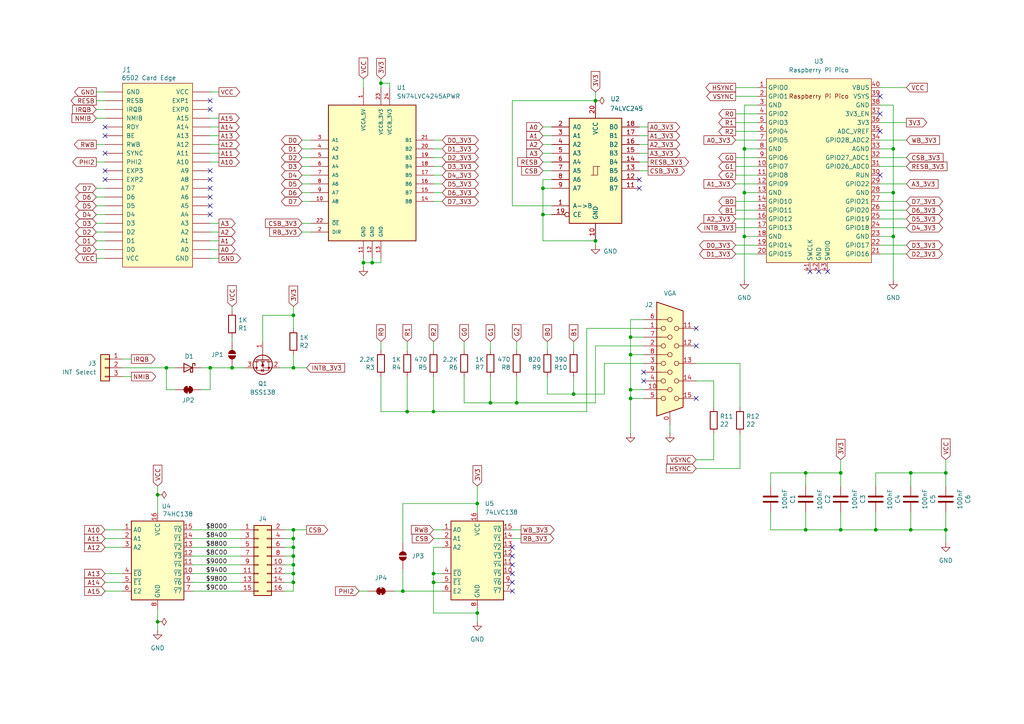
<source format=kicad_sch>
(kicad_sch (version 20250114) (generator "eeschema") (generator_version "9.0")
  (paper "A4")
  (title_block (title "6502 VGA Card Pro") (date "2025-09-22") (rev "1.0") (company "A.C. Wright Design"))
  (junction (at 172.72 69.85))
  (junction (at 243.84 137.16))
  (junction (at 45.72 143.51))
  (junction (at 85.09 163.83))
  (junction (at 105.41 76.2))
  (junction (at 85.09 168.91))
  (junction (at 264.16 153.67))
  (junction (at 67.31 106.68))
  (junction (at 274.32 153.67))
  (junction (at 60.96 106.68))
  (junction (at 45.72 180.34))
  (junction (at 118.11 119.38))
  (junction (at 149.86 116.84))
  (junction (at 254 153.67))
  (junction (at 172.72 29.21))
  (junction (at 125.73 119.38))
  (junction (at 107.95 76.2))
  (junction (at 138.43 146.05))
  (junction (at 85.09 153.67))
  (junction (at 274.32 137.16))
  (junction (at 264.16 137.16))
  (junction (at 166.37 114.3))
  (junction (at 215.9 68.58))
  (junction (at 85.09 166.37))
  (junction (at 85.09 91.44))
  (junction (at 142.24 116.84))
  (junction (at 138.43 177.8))
  (junction (at 233.68 153.67))
  (junction (at 259.08 68.58))
  (junction (at 259.08 43.18))
  (junction (at 182.88 113.03))
  (junction (at 233.68 137.16))
  (junction (at 215.9 55.88))
  (junction (at 157.48 62.23))
  (junction (at 116.84 171.45))
  (junction (at 182.88 102.87))
  (junction (at 125.73 168.91))
  (junction (at 157.48 54.61))
  (junction (at 243.84 153.67))
  (junction (at 48.26 106.68))
  (junction (at 182.88 97.79))
  (junction (at 259.08 55.88))
  (junction (at 85.09 161.29))
  (junction (at 85.09 106.68))
  (junction (at 85.09 156.21))
  (junction (at 125.73 166.37))
  (junction (at 215.9 43.18))
  (junction (at 85.09 158.75))
  (junction (at 110.49 24.13))
  (junction (at 182.88 115.57))
  (no_connect (at 255.27 33.02))
  (no_connect (at 234.95 78.74))
  (no_connect (at 30.48 44.45))
  (no_connect (at 255.27 38.1))
  (no_connect (at 30.48 36.83))
  (no_connect (at 186.69 110.49))
  (no_connect (at 30.48 52.07))
  (no_connect (at 255.27 50.8))
  (no_connect (at 201.93 100.33))
  (no_connect (at 148.59 163.83))
  (no_connect (at 60.96 52.07))
  (no_connect (at 201.93 95.25))
  (no_connect (at 148.59 166.37))
  (no_connect (at 60.96 62.23))
  (no_connect (at 60.96 29.21))
  (no_connect (at 237.49 78.74))
  (no_connect (at 30.48 49.53))
  (no_connect (at 148.59 161.29))
  (no_connect (at 185.42 52.07))
  (no_connect (at 60.96 57.15))
  (no_connect (at 255.27 27.94))
  (no_connect (at 30.48 39.37))
  (no_connect (at 60.96 31.75))
  (no_connect (at 148.59 158.75))
  (no_connect (at 186.69 107.95))
  (no_connect (at 60.96 54.61))
  (no_connect (at 148.59 168.91))
  (no_connect (at 201.93 115.57))
  (no_connect (at 185.42 54.61))
  (no_connect (at 240.03 78.74))
  (no_connect (at 60.96 59.69))
  (no_connect (at 60.96 49.53))
  (no_connect (at 148.59 171.45))
  (wire (pts (xy 116.84 171.45) (xy 128.27 171.45)))
  (wire (pts (xy 243.84 153.67) (xy 254 153.67)))
  (wire (pts (xy 125.73 153.67) (xy 128.27 153.67)))
  (wire (pts (xy 90.17 64.77) (xy 87.63 64.77)))
  (wire (pts (xy 110.49 76.2) (xy 107.95 76.2)))
  (wire (pts (xy 85.09 161.29) (xy 82.55 161.29)))
  (wire (pts (xy 116.84 157.48) (xy 116.84 146.05)))
  (wire (pts (xy 214.63 135.89) (xy 214.63 125.73)))
  (wire (pts (xy 255.27 48.26) (xy 262.89 48.26)))
  (wire (pts (xy 182.88 113.03) (xy 186.69 113.03)))
  (wire (pts (xy 182.88 97.79) (xy 182.88 102.87)))
  (wire (pts (xy 60.96 34.29) (xy 63.5 34.29)))
  (wire (pts (xy 85.09 156.21) (xy 82.55 156.21)))
  (wire (pts (xy 87.63 58.42) (xy 90.17 58.42)))
  (wire (pts (xy 27.94 46.99) (xy 30.48 46.99)))
  (wire (pts (xy 104.14 171.45) (xy 106.68 171.45)))
  (wire (pts (xy 118.11 109.22) (xy 118.11 119.38)))
  (wire (pts (xy 213.36 40.64) (xy 219.71 40.64)))
  (wire (pts (xy 255.27 58.42) (xy 262.89 58.42)))
  (wire (pts (xy 254 137.16) (xy 254 140.97)))
  (wire (pts (xy 264.16 153.67) (xy 274.32 153.67)))
  (wire (pts (xy 27.94 54.61) (xy 30.48 54.61)))
  (wire (pts (xy 55.88 163.83) (xy 69.85 163.83)))
  (wire (pts (xy 60.96 39.37) (xy 63.5 39.37)))
  (wire (pts (xy 27.94 29.21) (xy 30.48 29.21)))
  (wire (pts (xy 182.88 115.57) (xy 186.69 115.57)))
  (wire (pts (xy 60.96 44.45) (xy 63.5 44.45)))
  (wire (pts (xy 213.36 73.66) (xy 219.71 73.66)))
  (wire (pts (xy 60.96 46.99) (xy 63.5 46.99)))
  (wire (pts (xy 223.52 148.59) (xy 223.52 153.67)))
  (wire (pts (xy 45.72 176.53) (xy 45.72 180.34)))
  (wire (pts (xy 45.72 148.59) (xy 45.72 143.51)))
  (wire (pts (xy 27.94 64.77) (xy 30.48 64.77)))
  (wire (pts (xy 274.32 153.67) (xy 274.32 148.59)))
  (wire (pts (xy 142.24 109.22) (xy 142.24 116.84)))
  (wire (pts (xy 172.72 100.33) (xy 186.69 100.33)))
  (wire (pts (xy 85.09 163.83) (xy 85.09 161.29)))
  (wire (pts (xy 233.68 148.59) (xy 233.68 153.67)))
  (wire (pts (xy 125.73 109.22) (xy 125.73 119.38)))
  (wire (pts (xy 157.48 46.99) (xy 160.02 46.99)))
  (wire (pts (xy 213.36 27.94) (xy 219.71 27.94)))
  (wire (pts (xy 116.84 165.1) (xy 116.84 171.45)))
  (wire (pts (xy 125.73 119.38) (xy 170.18 119.38)))
  (wire (pts (xy 87.63 53.34) (xy 90.17 53.34)))
  (wire (pts (xy 172.72 26.67) (xy 172.72 29.21)))
  (wire (pts (xy 148.59 156.21) (xy 151.13 156.21)))
  (wire (pts (xy 182.88 115.57) (xy 182.88 125.73)))
  (wire (pts (xy 113.03 25.4) (xy 113.03 24.13)))
  (wire (pts (xy 82.55 171.45) (xy 85.09 171.45)))
  (wire (pts (xy 157.48 54.61) (xy 160.02 54.61)))
  (wire (pts (xy 215.9 30.48) (xy 215.9 43.18)))
  (wire (pts (xy 105.41 76.2) (xy 105.41 77.47)))
  (wire (pts (xy 182.88 102.87) (xy 182.88 113.03)))
  (wire (pts (xy 274.32 133.35) (xy 274.32 137.16)))
  (wire (pts (xy 149.86 99.06) (xy 149.86 101.6)))
  (wire (pts (xy 255.27 25.4) (xy 262.89 25.4)))
  (wire (pts (xy 87.63 45.72) (xy 90.17 45.72)))
  (wire (pts (xy 255.27 71.12) (xy 262.89 71.12)))
  (wire (pts (xy 255.27 30.48) (xy 259.08 30.48)))
  (wire (pts (xy 215.9 55.88) (xy 219.71 55.88)))
  (wire (pts (xy 125.73 53.34) (xy 128.27 53.34)))
  (wire (pts (xy 274.32 137.16) (xy 274.32 140.97)))
  (wire (pts (xy 182.88 113.03) (xy 182.88 115.57)))
  (wire (pts (xy 60.96 64.77) (xy 63.5 64.77)))
  (wire (pts (xy 118.11 99.06) (xy 118.11 101.6)))
  (wire (pts (xy 125.73 45.72) (xy 128.27 45.72)))
  (wire (pts (xy 194.31 123.19) (xy 194.31 125.73)))
  (wire (pts (xy 30.48 156.21) (xy 35.56 156.21)))
  (wire (pts (xy 85.09 88.9) (xy 85.09 91.44)))
  (wire (pts (xy 254 137.16) (xy 264.16 137.16)))
  (wire (pts (xy 110.49 74.93) (xy 110.49 76.2)))
  (wire (pts (xy 142.24 116.84) (xy 149.86 116.84)))
  (wire (pts (xy 213.36 58.42) (xy 219.71 58.42)))
  (wire (pts (xy 175.26 105.41) (xy 186.69 105.41)))
  (wire (pts (xy 60.96 67.31) (xy 63.5 67.31)))
  (wire (pts (xy 87.63 50.8) (xy 90.17 50.8)))
  (wire (pts (xy 157.48 41.91) (xy 160.02 41.91)))
  (wire (pts (xy 87.63 48.26) (xy 90.17 48.26)))
  (wire (pts (xy 259.08 30.48) (xy 259.08 43.18)))
  (wire (pts (xy 172.72 69.85) (xy 172.72 71.12)))
  (wire (pts (xy 158.75 114.3) (xy 166.37 114.3)))
  (wire (pts (xy 172.72 100.33) (xy 172.72 116.84)))
  (wire (pts (xy 213.36 71.12) (xy 219.71 71.12)))
  (wire (pts (xy 27.94 31.75) (xy 30.48 31.75)))
  (wire (pts (xy 48.26 106.68) (xy 50.8 106.68)))
  (wire (pts (xy 85.09 168.91) (xy 82.55 168.91)))
  (wire (pts (xy 125.73 55.88) (xy 128.27 55.88)))
  (wire (pts (xy 255.27 43.18) (xy 259.08 43.18)))
  (wire (pts (xy 85.09 171.45) (xy 85.09 168.91)))
  (wire (pts (xy 138.43 176.53) (xy 138.43 177.8)))
  (wire (pts (xy 213.36 66.04) (xy 219.71 66.04)))
  (wire (pts (xy 243.84 148.59) (xy 243.84 153.67)))
  (wire (pts (xy 85.09 166.37) (xy 85.09 163.83)))
  (wire (pts (xy 166.37 109.22) (xy 166.37 114.3)))
  (wire (pts (xy 30.48 158.75) (xy 35.56 158.75)))
  (wire (pts (xy 207.01 110.49) (xy 201.93 110.49)))
  (wire (pts (xy 76.2 91.44) (xy 85.09 91.44)))
  (wire (pts (xy 125.73 158.75) (xy 125.73 166.37)))
  (wire (pts (xy 27.94 74.93) (xy 30.48 74.93)))
  (wire (pts (xy 255.27 45.72) (xy 262.89 45.72)))
  (wire (pts (xy 125.73 177.8) (xy 138.43 177.8)))
  (wire (pts (xy 255.27 66.04) (xy 262.89 66.04)))
  (wire (pts (xy 27.94 57.15) (xy 30.48 57.15)))
  (wire (pts (xy 60.96 72.39) (xy 63.5 72.39)))
  (wire (pts (xy 215.9 43.18) (xy 219.71 43.18)))
  (wire (pts (xy 215.9 55.88) (xy 215.9 68.58)))
  (wire (pts (xy 255.27 53.34) (xy 262.89 53.34)))
  (wire (pts (xy 55.88 158.75) (xy 69.85 158.75)))
  (wire (pts (xy 60.96 106.68) (xy 67.31 106.68)))
  (wire (pts (xy 85.09 91.44) (xy 85.09 95.25)))
  (wire (pts (xy 223.52 137.16) (xy 233.68 137.16)))
  (wire (pts (xy 157.48 62.23) (xy 157.48 69.85)))
  (wire (pts (xy 138.43 140.97) (xy 138.43 146.05)))
  (wire (pts (xy 85.09 163.83) (xy 82.55 163.83)))
  (wire (pts (xy 85.09 156.21) (xy 85.09 153.67)))
  (wire (pts (xy 213.36 38.1) (xy 219.71 38.1)))
  (wire (pts (xy 157.48 44.45) (xy 160.02 44.45)))
  (wire (pts (xy 264.16 148.59) (xy 264.16 153.67)))
  (wire (pts (xy 158.75 99.06) (xy 158.75 101.6)))
  (wire (pts (xy 60.96 26.67) (xy 63.5 26.67)))
  (wire (pts (xy 148.59 29.21) (xy 172.72 29.21)))
  (wire (pts (xy 125.73 156.21) (xy 128.27 156.21)))
  (wire (pts (xy 186.69 92.71) (xy 182.88 92.71)))
  (wire (pts (xy 105.41 22.86) (xy 105.41 25.4)))
  (wire (pts (xy 255.27 60.96) (xy 262.89 60.96)))
  (wire (pts (xy 87.63 43.18) (xy 90.17 43.18)))
  (wire (pts (xy 157.48 69.85) (xy 172.72 69.85)))
  (wire (pts (xy 255.27 73.66) (xy 262.89 73.66)))
  (wire (pts (xy 30.48 168.91) (xy 35.56 168.91)))
  (wire (pts (xy 170.18 95.25) (xy 170.18 119.38)))
  (wire (pts (xy 27.94 59.69) (xy 30.48 59.69)))
  (wire (pts (xy 134.62 109.22) (xy 134.62 116.84)))
  (wire (pts (xy 38.1 109.22) (xy 35.56 109.22)))
  (wire (pts (xy 170.18 95.25) (xy 186.69 95.25)))
  (wire (pts (xy 82.55 158.75) (xy 85.09 158.75)))
  (wire (pts (xy 107.95 74.93) (xy 107.95 76.2)))
  (wire (pts (xy 85.09 161.29) (xy 85.09 158.75)))
  (wire (pts (xy 85.09 158.75) (xy 85.09 156.21)))
  (wire (pts (xy 264.16 137.16) (xy 274.32 137.16)))
  (wire (pts (xy 160.02 52.07) (xy 157.48 52.07)))
  (wire (pts (xy 243.84 137.16) (xy 243.84 140.97)))
  (wire (pts (xy 254 153.67) (xy 264.16 153.67)))
  (wire (pts (xy 27.94 34.29) (xy 30.48 34.29)))
  (wire (pts (xy 138.43 146.05) (xy 138.43 148.59)))
  (wire (pts (xy 255.27 40.64) (xy 262.89 40.64)))
  (wire (pts (xy 67.31 106.68) (xy 71.12 106.68)))
  (wire (pts (xy 259.08 43.18) (xy 259.08 55.88)))
  (wire (pts (xy 67.31 97.79) (xy 67.31 99.06)))
  (wire (pts (xy 214.63 118.11) (xy 214.63 105.41)))
  (wire (pts (xy 87.63 67.31) (xy 90.17 67.31)))
  (wire (pts (xy 60.96 36.83) (xy 63.5 36.83)))
  (wire (pts (xy 38.1 104.14) (xy 35.56 104.14)))
  (wire (pts (xy 55.88 166.37) (xy 69.85 166.37)))
  (wire (pts (xy 55.88 161.29) (xy 69.85 161.29)))
  (wire (pts (xy 60.96 106.68) (xy 58.42 106.68)))
  (wire (pts (xy 27.94 69.85) (xy 30.48 69.85)))
  (wire (pts (xy 85.09 153.67) (xy 88.9 153.67)))
  (wire (pts (xy 157.48 54.61) (xy 157.48 62.23)))
  (wire (pts (xy 87.63 40.64) (xy 90.17 40.64)))
  (wire (pts (xy 125.73 48.26) (xy 128.27 48.26)))
  (wire (pts (xy 60.96 106.68) (xy 60.96 113.03)))
  (wire (pts (xy 27.94 67.31) (xy 30.48 67.31)))
  (wire (pts (xy 128.27 158.75) (xy 125.73 158.75)))
  (wire (pts (xy 110.49 109.22) (xy 110.49 119.38)))
  (wire (pts (xy 113.03 24.13) (xy 110.49 24.13)))
  (wire (pts (xy 67.31 90.17) (xy 67.31 88.9)))
  (wire (pts (xy 27.94 72.39) (xy 30.48 72.39)))
  (wire (pts (xy 30.48 166.37) (xy 35.56 166.37)))
  (wire (pts (xy 214.63 105.41) (xy 201.93 105.41)))
  (wire (pts (xy 125.73 50.8) (xy 128.27 50.8)))
  (wire (pts (xy 160.02 59.69) (xy 148.59 59.69)))
  (wire (pts (xy 114.3 171.45) (xy 116.84 171.45)))
  (wire (pts (xy 157.48 52.07) (xy 157.48 54.61)))
  (wire (pts (xy 87.63 55.88) (xy 90.17 55.88)))
  (wire (pts (xy 166.37 99.06) (xy 166.37 101.6)))
  (wire (pts (xy 60.96 113.03) (xy 58.42 113.03)))
  (wire (pts (xy 125.73 166.37) (xy 125.73 168.91)))
  (wire (pts (xy 148.59 153.67) (xy 151.13 153.67)))
  (wire (pts (xy 110.49 22.86) (xy 110.49 24.13)))
  (wire (pts (xy 55.88 156.21) (xy 69.85 156.21)))
  (wire (pts (xy 166.37 114.3) (xy 175.26 114.3)))
  (wire (pts (xy 27.94 62.23) (xy 30.48 62.23)))
  (wire (pts (xy 185.42 49.53) (xy 187.96 49.53)))
  (wire (pts (xy 215.9 43.18) (xy 215.9 55.88)))
  (wire (pts (xy 60.96 74.93) (xy 63.5 74.93)))
  (wire (pts (xy 182.88 92.71) (xy 182.88 97.79)))
  (wire (pts (xy 185.42 44.45) (xy 187.96 44.45)))
  (wire (pts (xy 264.16 137.16) (xy 264.16 140.97)))
  (wire (pts (xy 223.52 153.67) (xy 233.68 153.67)))
  (wire (pts (xy 76.2 99.06) (xy 76.2 91.44)))
  (wire (pts (xy 125.73 58.42) (xy 128.27 58.42)))
  (wire (pts (xy 213.36 53.34) (xy 219.71 53.34)))
  (wire (pts (xy 255.27 68.58) (xy 259.08 68.58)))
  (wire (pts (xy 110.49 99.06) (xy 110.49 101.6)))
  (wire (pts (xy 149.86 109.22) (xy 149.86 116.84)))
  (wire (pts (xy 160.02 62.23) (xy 157.48 62.23)))
  (wire (pts (xy 134.62 116.84) (xy 142.24 116.84)))
  (wire (pts (xy 157.48 49.53) (xy 160.02 49.53)))
  (wire (pts (xy 88.9 106.68) (xy 85.09 106.68)))
  (wire (pts (xy 185.42 36.83) (xy 187.96 36.83)))
  (wire (pts (xy 243.84 133.35) (xy 243.84 137.16)))
  (wire (pts (xy 213.36 60.96) (xy 219.71 60.96)))
  (wire (pts (xy 149.86 116.84) (xy 172.72 116.84)))
  (wire (pts (xy 185.42 39.37) (xy 187.96 39.37)))
  (wire (pts (xy 213.36 35.56) (xy 219.71 35.56)))
  (wire (pts (xy 213.36 50.8) (xy 219.71 50.8)))
  (wire (pts (xy 259.08 68.58) (xy 259.08 55.88)))
  (wire (pts (xy 175.26 105.41) (xy 175.26 114.3)))
  (wire (pts (xy 27.94 41.91) (xy 30.48 41.91)))
  (wire (pts (xy 55.88 168.91) (xy 69.85 168.91)))
  (wire (pts (xy 45.72 143.51) (xy 45.72 140.97)))
  (wire (pts (xy 201.93 133.35) (xy 207.01 133.35)))
  (wire (pts (xy 30.48 153.67) (xy 35.56 153.67)))
  (wire (pts (xy 207.01 133.35) (xy 207.01 125.73)))
  (wire (pts (xy 30.48 171.45) (xy 35.56 171.45)))
  (wire (pts (xy 182.88 97.79) (xy 186.69 97.79)))
  (wire (pts (xy 55.88 171.45) (xy 69.85 171.45)))
  (wire (pts (xy 148.59 59.69) (xy 148.59 29.21)))
  (wire (pts (xy 182.88 102.87) (xy 186.69 102.87)))
  (wire (pts (xy 213.36 45.72) (xy 219.71 45.72)))
  (wire (pts (xy 60.96 41.91) (xy 63.5 41.91)))
  (wire (pts (xy 110.49 119.38) (xy 118.11 119.38)))
  (wire (pts (xy 125.73 99.06) (xy 125.73 101.6)))
  (wire (pts (xy 125.73 168.91) (xy 125.73 177.8)))
  (wire (pts (xy 85.09 168.91) (xy 85.09 166.37)))
  (wire (pts (xy 128.27 166.37) (xy 125.73 166.37)))
  (wire (pts (xy 233.68 137.16) (xy 233.68 140.97)))
  (wire (pts (xy 125.73 40.64) (xy 128.27 40.64)))
  (wire (pts (xy 118.11 119.38) (xy 125.73 119.38)))
  (wire (pts (xy 255.27 35.56) (xy 262.89 35.56)))
  (wire (pts (xy 223.52 137.16) (xy 223.52 140.97)))
  (wire (pts (xy 233.68 153.67) (xy 243.84 153.67)))
  (wire (pts (xy 27.94 26.67) (xy 30.48 26.67)))
  (wire (pts (xy 134.62 99.06) (xy 134.62 101.6)))
  (wire (pts (xy 48.26 106.68) (xy 35.56 106.68)))
  (wire (pts (xy 213.36 25.4) (xy 219.71 25.4)))
  (wire (pts (xy 45.72 180.34) (xy 45.72 182.88)))
  (wire (pts (xy 215.9 68.58) (xy 219.71 68.58)))
  (wire (pts (xy 219.71 30.48) (xy 215.9 30.48)))
  (wire (pts (xy 254 148.59) (xy 254 153.67)))
  (wire (pts (xy 85.09 102.87) (xy 85.09 106.68)))
  (wire (pts (xy 60.96 69.85) (xy 63.5 69.85)))
  (wire (pts (xy 215.9 68.58) (xy 215.9 81.28)))
  (wire (pts (xy 138.43 177.8) (xy 138.43 180.34)))
  (wire (pts (xy 259.08 55.88) (xy 255.27 55.88)))
  (wire (pts (xy 201.93 135.89) (xy 214.63 135.89)))
  (wire (pts (xy 105.41 74.93) (xy 105.41 76.2)))
  (wire (pts (xy 85.09 166.37) (xy 82.55 166.37)))
  (wire (pts (xy 213.36 63.5) (xy 219.71 63.5)))
  (wire (pts (xy 125.73 168.91) (xy 128.27 168.91)))
  (wire (pts (xy 55.88 153.67) (xy 69.85 153.67)))
  (wire (pts (xy 259.08 68.58) (xy 259.08 81.28)))
  (wire (pts (xy 157.48 39.37) (xy 160.02 39.37)))
  (wire (pts (xy 233.68 137.16) (xy 243.84 137.16)))
  (wire (pts (xy 48.26 113.03) (xy 48.26 106.68)))
  (wire (pts (xy 185.42 46.99) (xy 187.96 46.99)))
  (wire (pts (xy 157.48 36.83) (xy 160.02 36.83)))
  (wire (pts (xy 82.55 153.67) (xy 85.09 153.67)))
  (wire (pts (xy 125.73 43.18) (xy 128.27 43.18)))
  (wire (pts (xy 213.36 33.02) (xy 219.71 33.02)))
  (wire (pts (xy 110.49 24.13) (xy 110.49 25.4)))
  (wire (pts (xy 207.01 118.11) (xy 207.01 110.49)))
  (wire (pts (xy 107.95 76.2) (xy 105.41 76.2)))
  (wire (pts (xy 81.28 106.68) (xy 85.09 106.68)))
  (wire (pts (xy 255.27 63.5) (xy 262.89 63.5)))
  (wire (pts (xy 142.24 99.06) (xy 142.24 101.6)))
  (wire (pts (xy 274.32 153.67) (xy 274.32 157.48)))
  (wire (pts (xy 185.42 41.91) (xy 187.96 41.91)))
  (wire (pts (xy 50.8 113.03) (xy 48.26 113.03)))
  (wire (pts (xy 116.84 146.05) (xy 138.43 146.05)))
  (wire (pts (xy 213.36 48.26) (xy 219.71 48.26)))
  (wire (pts (xy 158.75 109.22) (xy 158.75 114.3)))
  (label "$8C00" (at 59.69 161.29 0))
  (label "$9000" (at 59.69 163.83 0))
  (label "$9C00" (at 59.69 171.45 0))
  (label "$9400" (at 59.69 166.37 0))
  (label "$8000" (at 59.69 153.67 0))
  (label "$9800" (at 59.69 168.91 0))
  (label "$8800" (at 59.69 158.75 0))
  (label "$8400" (at 59.69 156.21 0))
  (global_label "D5" (shape bidirectional) (at 87.63 53.34 180) (property "Intersheetrefs" "${INTERSHEET_REFS}" (effects (hide yes))))
  (global_label "VCC" (shape input) (at 262.89 25.4 0) (property "Intersheetrefs" "${INTERSHEET_REFS}" (effects (hide yes))))
  (global_label "R2" (shape output) (at 213.36 38.1 180) (property "Intersheetrefs" "${INTERSHEET_REFS}" (effects (hide yes))))
  (global_label "R2" (shape input) (at 125.73 99.06 90) (property "Intersheetrefs" "${INTERSHEET_REFS}" (effects (hide yes))))
  (global_label "D0_3V3" (shape bidirectional) (at 128.27 40.64 0) (property "Intersheetrefs" "${INTERSHEET_REFS}" (effects (hide yes))))
  (global_label "D3_3V3" (shape bidirectional) (at 262.89 71.12 0) (property "Intersheetrefs" "${INTERSHEET_REFS}" (effects (hide yes))))
  (global_label "VSYNC" (shape output) (at 213.36 27.94 180) (property "Intersheetrefs" "${INTERSHEET_REFS}" (effects (hide yes))))
  (global_label "D1" (shape bidirectional) (at 87.63 43.18 180) (property "Intersheetrefs" "${INTERSHEET_REFS}" (effects (hide yes))))
  (global_label "A15" (shape output) (at 63.5 34.29 0) (property "Intersheetrefs" "${INTERSHEET_REFS}" (effects (hide yes))))
  (global_label "3V3" (shape input) (at 138.43 140.97 90) (property "Intersheetrefs" "${INTERSHEET_REFS}" (effects (hide yes))))
  (global_label "RESB" (shape input) (at 157.48 46.99 180) (property "Intersheetrefs" "${INTERSHEET_REFS}" (effects (hide yes))))
  (global_label "D3" (shape bidirectional) (at 87.63 48.26 180) (property "Intersheetrefs" "${INTERSHEET_REFS}" (effects (hide yes))))
  (global_label "D1_3V3" (shape bidirectional) (at 213.36 73.66 180) (property "Intersheetrefs" "${INTERSHEET_REFS}" (effects (hide yes))))
  (global_label "D2" (shape bidirectional) (at 87.63 45.72 180) (property "Intersheetrefs" "${INTERSHEET_REFS}" (effects (hide yes))))
  (global_label "D1" (shape bidirectional) (at 27.94 69.85 180) (property "Intersheetrefs" "${INTERSHEET_REFS}" (effects (hide yes))))
  (global_label "IRQB" (shape input) (at 27.94 31.75 180) (property "Intersheetrefs" "${INTERSHEET_REFS}" (effects (hide yes))))
  (global_label "A14" (shape input) (at 30.48 168.91 180) (property "Intersheetrefs" "${INTERSHEET_REFS}" (effects (hide yes))))
  (global_label "A13" (shape input) (at 30.48 166.37 180) (property "Intersheetrefs" "${INTERSHEET_REFS}" (effects (hide yes))))
  (global_label "GND" (shape output) (at 63.5 74.93 0) (property "Intersheetrefs" "${INTERSHEET_REFS}" (effects (hide yes))))
  (global_label "VCC" (shape input) (at 45.72 140.97 90) (property "Intersheetrefs" "${INTERSHEET_REFS}" (effects (hide yes))))
  (global_label "G2" (shape input) (at 149.86 99.06 90) (property "Intersheetrefs" "${INTERSHEET_REFS}" (effects (hide yes))))
  (global_label "A0_3V3" (shape output) (at 187.96 36.83 0) (property "Intersheetrefs" "${INTERSHEET_REFS}" (effects (hide yes))))
  (global_label "R1" (shape output) (at 213.36 35.56 180) (property "Intersheetrefs" "${INTERSHEET_REFS}" (effects (hide yes))))
  (global_label "A1_3V3" (shape output) (at 187.96 39.37 0) (property "Intersheetrefs" "${INTERSHEET_REFS}" (effects (hide yes))))
  (global_label "D5_3V3" (shape bidirectional) (at 128.27 53.34 0) (property "Intersheetrefs" "${INTERSHEET_REFS}" (effects (hide yes))))
  (global_label "3V3" (shape input) (at 172.72 26.67 90) (property "Intersheetrefs" "${INTERSHEET_REFS}" (effects (hide yes))))
  (global_label "D5" (shape bidirectional) (at 27.94 59.69 180) (property "Intersheetrefs" "${INTERSHEET_REFS}" (effects (hide yes))))
  (global_label "B1" (shape output) (at 213.36 60.96 180) (property "Intersheetrefs" "${INTERSHEET_REFS}" (effects (hide yes))))
  (global_label "A3_3V3" (shape output) (at 187.96 44.45 0) (property "Intersheetrefs" "${INTERSHEET_REFS}" (effects (hide yes))))
  (global_label "D4_3V3" (shape bidirectional) (at 128.27 50.8 0) (property "Intersheetrefs" "${INTERSHEET_REFS}" (effects (hide yes))))
  (global_label "D2_3V3" (shape bidirectional) (at 262.89 73.66 0) (property "Intersheetrefs" "${INTERSHEET_REFS}" (effects (hide yes))))
  (global_label "A2_3V3" (shape input) (at 213.36 63.5 180) (property "Intersheetrefs" "${INTERSHEET_REFS}" (effects (hide yes))))
  (global_label "A0" (shape input) (at 157.48 36.83 180) (property "Intersheetrefs" "${INTERSHEET_REFS}" (effects (hide yes))))
  (global_label "HSYNC" (shape input) (at 201.93 135.89 180) (property "Intersheetrefs" "${INTERSHEET_REFS}" (effects (hide yes))))
  (global_label "D2_3V3" (shape bidirectional) (at 128.27 45.72 0) (property "Intersheetrefs" "${INTERSHEET_REFS}" (effects (hide yes))))
  (global_label "INTB_3V3" (shape input) (at 88.9 106.68 0) (property "Intersheetrefs" "${INTERSHEET_REFS}" (effects (hide yes))))
  (global_label "D1_3V3" (shape bidirectional) (at 128.27 43.18 0) (property "Intersheetrefs" "${INTERSHEET_REFS}" (effects (hide yes))))
  (global_label "A10" (shape input) (at 30.48 153.67 180) (property "Intersheetrefs" "${INTERSHEET_REFS}" (effects (hide yes))))
  (global_label "RB_3V3" (shape output) (at 151.13 156.21 0) (property "Intersheetrefs" "${INTERSHEET_REFS}" (effects (hide yes))))
  (global_label "R0" (shape input) (at 110.49 99.06 90) (property "Intersheetrefs" "${INTERSHEET_REFS}" (effects (hide yes))))
  (global_label "G1" (shape output) (at 213.36 48.26 180) (property "Intersheetrefs" "${INTERSHEET_REFS}" (effects (hide yes))))
  (global_label "3V3" (shape input) (at 110.49 22.86 90) (property "Intersheetrefs" "${INTERSHEET_REFS}" (effects (hide yes))))
  (global_label "R0" (shape output) (at 213.36 33.02 180) (property "Intersheetrefs" "${INTERSHEET_REFS}" (effects (hide yes))))
  (global_label "G1" (shape input) (at 142.24 99.06 90) (property "Intersheetrefs" "${INTERSHEET_REFS}" (effects (hide yes))))
  (global_label "A10" (shape output) (at 63.5 46.99 0) (property "Intersheetrefs" "${INTERSHEET_REFS}" (effects (hide yes))))
  (global_label "D0_3V3" (shape bidirectional) (at 213.36 71.12 180) (property "Intersheetrefs" "${INTERSHEET_REFS}" (effects (hide yes))))
  (global_label "3V3" (shape input) (at 243.84 133.35 90) (property "Intersheetrefs" "${INTERSHEET_REFS}" (effects (hide yes))))
  (global_label "D6" (shape bidirectional) (at 27.94 57.15 180) (property "Intersheetrefs" "${INTERSHEET_REFS}" (effects (hide yes))))
  (global_label "D6_3V3" (shape bidirectional) (at 262.89 60.96 0) (property "Intersheetrefs" "${INTERSHEET_REFS}" (effects (hide yes))))
  (global_label "GND" (shape output) (at 27.94 26.67 180) (property "Intersheetrefs" "${INTERSHEET_REFS}" (effects (hide yes))))
  (global_label "CSB" (shape input) (at 125.73 156.21 180) (property "Intersheetrefs" "${INTERSHEET_REFS}" (effects (hide yes))))
  (global_label "CSB_3V3" (shape input) (at 262.89 45.72 0) (property "Intersheetrefs" "${INTERSHEET_REFS}" (effects (hide yes))))
  (global_label "RESB" (shape output) (at 27.94 29.21 180) (property "Intersheetrefs" "${INTERSHEET_REFS}" (effects (hide yes))))
  (global_label "WB_3V3" (shape output) (at 151.13 153.67 0) (property "Intersheetrefs" "${INTERSHEET_REFS}" (effects (hide yes))))
  (global_label "G0" (shape output) (at 213.36 45.72 180) (property "Intersheetrefs" "${INTERSHEET_REFS}" (effects (hide yes))))
  (global_label "D0" (shape bidirectional) (at 87.63 40.64 180) (property "Intersheetrefs" "${INTERSHEET_REFS}" (effects (hide yes))))
  (global_label "D3_3V3" (shape bidirectional) (at 128.27 48.26 0) (property "Intersheetrefs" "${INTERSHEET_REFS}" (effects (hide yes))))
  (global_label "A14" (shape output) (at 63.5 36.83 0) (property "Intersheetrefs" "${INTERSHEET_REFS}" (effects (hide yes))))
  (global_label "D2" (shape bidirectional) (at 27.94 67.31 180) (property "Intersheetrefs" "${INTERSHEET_REFS}" (effects (hide yes))))
  (global_label "RESB_3V3" (shape output) (at 187.96 46.99 0) (property "Intersheetrefs" "${INTERSHEET_REFS}" (effects (hide yes))))
  (global_label "A12" (shape input) (at 30.48 158.75 180) (property "Intersheetrefs" "${INTERSHEET_REFS}" (effects (hide yes))))
  (global_label "INTB_3V3" (shape output) (at 213.36 66.04 180) (property "Intersheetrefs" "${INTERSHEET_REFS}" (effects (hide yes))))
  (global_label "WB_3V3" (shape input) (at 262.89 40.64 0) (property "Intersheetrefs" "${INTERSHEET_REFS}" (effects (hide yes))))
  (global_label "A1" (shape output) (at 63.5 69.85 0) (property "Intersheetrefs" "${INTERSHEET_REFS}" (effects (hide yes))))
  (global_label "A0_3V3" (shape input) (at 213.36 40.64 180) (property "Intersheetrefs" "${INTERSHEET_REFS}" (effects (hide yes))))
  (global_label "A1_3V3" (shape input) (at 213.36 53.34 180) (property "Intersheetrefs" "${INTERSHEET_REFS}" (effects (hide yes))))
  (global_label "RWB" (shape input) (at 125.73 153.67 180) (property "Intersheetrefs" "${INTERSHEET_REFS}" (effects (hide yes))))
  (global_label "A3" (shape output) (at 63.5 64.77 0) (property "Intersheetrefs" "${INTERSHEET_REFS}" (effects (hide yes))))
  (global_label "D6_3V3" (shape bidirectional) (at 128.27 55.88 0) (property "Intersheetrefs" "${INTERSHEET_REFS}" (effects (hide yes))))
  (global_label "NMIB" (shape input) (at 27.94 34.29 180) (property "Intersheetrefs" "${INTERSHEET_REFS}" (effects (hide yes))))
  (global_label "3V3" (shape input) (at 85.09 88.9 90) (property "Intersheetrefs" "${INTERSHEET_REFS}" (effects (hide yes))))
  (global_label "CSB" (shape input) (at 157.48 49.53 180) (property "Intersheetrefs" "${INTERSHEET_REFS}" (effects (hide yes))))
  (global_label "VCC" (shape output) (at 27.94 74.93 180) (property "Intersheetrefs" "${INTERSHEET_REFS}" (effects (hide yes))))
  (global_label "A15" (shape input) (at 30.48 171.45 180) (property "Intersheetrefs" "${INTERSHEET_REFS}" (effects (hide yes))))
  (global_label "A11" (shape input) (at 30.48 156.21 180) (property "Intersheetrefs" "${INTERSHEET_REFS}" (effects (hide yes))))
  (global_label "D4" (shape bidirectional) (at 87.63 50.8 180) (property "Intersheetrefs" "${INTERSHEET_REFS}" (effects (hide yes))))
  (global_label "D7" (shape bidirectional) (at 87.63 58.42 180) (property "Intersheetrefs" "${INTERSHEET_REFS}" (effects (hide yes))))
  (global_label "VCC" (shape output) (at 63.5 26.67 0) (property "Intersheetrefs" "${INTERSHEET_REFS}" (effects (hide yes))))
  (global_label "B0" (shape output) (at 213.36 58.42 180) (property "Intersheetrefs" "${INTERSHEET_REFS}" (effects (hide yes))))
  (global_label "A11" (shape output) (at 63.5 44.45 0) (property "Intersheetrefs" "${INTERSHEET_REFS}" (effects (hide yes))))
  (global_label "D0" (shape bidirectional) (at 27.94 72.39 180) (property "Intersheetrefs" "${INTERSHEET_REFS}" (effects (hide yes))))
  (global_label "3V3" (shape output) (at 262.89 35.56 0) (property "Intersheetrefs" "${INTERSHEET_REFS}" (effects (hide yes))))
  (global_label "A12" (shape output) (at 63.5 41.91 0) (property "Intersheetrefs" "${INTERSHEET_REFS}" (effects (hide yes))))
  (global_label "A3_3V3" (shape input) (at 262.89 53.34 0) (property "Intersheetrefs" "${INTERSHEET_REFS}" (effects (hide yes))))
  (global_label "VCC" (shape input) (at 67.31 88.9 90) (property "Intersheetrefs" "${INTERSHEET_REFS}" (effects (hide yes))))
  (global_label "CSB" (shape output) (at 88.9 153.67 0) (property "Intersheetrefs" "${INTERSHEET_REFS}" (effects (hide yes))))
  (global_label "D6" (shape bidirectional) (at 87.63 55.88 180) (property "Intersheetrefs" "${INTERSHEET_REFS}" (effects (hide yes))))
  (global_label "A13" (shape output) (at 63.5 39.37 0) (property "Intersheetrefs" "${INTERSHEET_REFS}" (effects (hide yes))))
  (global_label "NMIB" (shape output) (at 38.1 109.22 0) (property "Intersheetrefs" "${INTERSHEET_REFS}" (effects (hide yes))))
  (global_label "VSYNC" (shape input) (at 201.93 133.35 180) (property "Intersheetrefs" "${INTERSHEET_REFS}" (effects (hide yes))))
  (global_label "PHI2" (shape output) (at 27.94 46.99 180) (property "Intersheetrefs" "${INTERSHEET_REFS}" (effects (hide yes))))
  (global_label "VCC" (shape input) (at 105.41 22.86 90) (property "Intersheetrefs" "${INTERSHEET_REFS}" (effects (hide yes))))
  (global_label "B1" (shape input) (at 166.37 99.06 90) (property "Intersheetrefs" "${INTERSHEET_REFS}" (effects (hide yes))))
  (global_label "HSYNC" (shape output) (at 213.36 25.4 180) (property "Intersheetrefs" "${INTERSHEET_REFS}" (effects (hide yes))))
  (global_label "A1" (shape input) (at 157.48 39.37 180) (property "Intersheetrefs" "${INTERSHEET_REFS}" (effects (hide yes))))
  (global_label "CSB_3V3" (shape output) (at 187.96 49.53 0) (property "Intersheetrefs" "${INTERSHEET_REFS}" (effects (hide yes))))
  (global_label "VCC" (shape input) (at 274.32 133.35 90) (property "Intersheetrefs" "${INTERSHEET_REFS}" (effects (hide yes))))
  (global_label "D4" (shape bidirectional) (at 27.94 62.23 180) (property "Intersheetrefs" "${INTERSHEET_REFS}" (effects (hide yes))))
  (global_label "D7" (shape bidirectional) (at 27.94 54.61 180) (property "Intersheetrefs" "${INTERSHEET_REFS}" (effects (hide yes))))
  (global_label "PHI2" (shape input) (at 104.14 171.45 180) (property "Intersheetrefs" "${INTERSHEET_REFS}" (effects (hide yes))))
  (global_label "R1" (shape input) (at 118.11 99.06 90) (property "Intersheetrefs" "${INTERSHEET_REFS}" (effects (hide yes))))
  (global_label "RWB" (shape output) (at 27.94 41.91 180) (property "Intersheetrefs" "${INTERSHEET_REFS}" (effects (hide yes))))
  (global_label "D7_3V3" (shape bidirectional) (at 262.89 58.42 0) (property "Intersheetrefs" "${INTERSHEET_REFS}" (effects (hide yes))))
  (global_label "A2" (shape output) (at 63.5 67.31 0) (property "Intersheetrefs" "${INTERSHEET_REFS}" (effects (hide yes))))
  (global_label "A2" (shape input) (at 157.48 41.91 180) (property "Intersheetrefs" "${INTERSHEET_REFS}" (effects (hide yes))))
  (global_label "A3" (shape input) (at 157.48 44.45 180) (property "Intersheetrefs" "${INTERSHEET_REFS}" (effects (hide yes))))
  (global_label "A0" (shape output) (at 63.5 72.39 0) (property "Intersheetrefs" "${INTERSHEET_REFS}" (effects (hide yes))))
  (global_label "RESB_3V3" (shape input) (at 262.89 48.26 0) (property "Intersheetrefs" "${INTERSHEET_REFS}" (effects (hide yes))))
  (global_label "G2" (shape output) (at 213.36 50.8 180) (property "Intersheetrefs" "${INTERSHEET_REFS}" (effects (hide yes))))
  (global_label "RB_3V3" (shape input) (at 87.63 67.31 180) (property "Intersheetrefs" "${INTERSHEET_REFS}" (effects (hide yes))))
  (global_label "D5_3V3" (shape bidirectional) (at 262.89 63.5 0) (property "Intersheetrefs" "${INTERSHEET_REFS}" (effects (hide yes))))
  (global_label "G0" (shape input) (at 134.62 99.06 90) (property "Intersheetrefs" "${INTERSHEET_REFS}" (effects (hide yes))))
  (global_label "D3" (shape bidirectional) (at 27.94 64.77 180) (property "Intersheetrefs" "${INTERSHEET_REFS}" (effects (hide yes))))
  (global_label "A2_3V3" (shape output) (at 187.96 41.91 0) (property "Intersheetrefs" "${INTERSHEET_REFS}" (effects (hide yes))))
  (global_label "CSB_3V3" (shape input) (at 87.63 64.77 180) (property "Intersheetrefs" "${INTERSHEET_REFS}" (effects (hide yes))))
  (global_label "IRQB" (shape output) (at 38.1 104.14 0) (property "Intersheetrefs" "${INTERSHEET_REFS}" (effects (hide yes))))
  (global_label "D7_3V3" (shape bidirectional) (at 128.27 58.42 0) (property "Intersheetrefs" "${INTERSHEET_REFS}" (effects (hide yes))))
  (global_label "D4_3V3" (shape bidirectional) (at 262.89 66.04 0) (property "Intersheetrefs" "${INTERSHEET_REFS}" (effects (hide yes))))
  (global_label "B0" (shape input) (at 158.75 99.06 90) (property "Intersheetrefs" "${INTERSHEET_REFS}" (effects (hide yes))))
  (symbol (lib_id "74xx:74HC138") (at 45.72 163.83 0) (unit 1)
    (property "Reference" "U4" (at 48.26 146.812 0))
    (property "Value" "74HC138" (at 51.562 149.098 0))
    (property "Footprint" "Package_SO:SOIC-16_3.9x9.9mm_P1.27mm" (effects (hide yes)))
    (property "Datasheet" "http://www.ti.com/lit/ds/symlink/cd74hc238.pdf" (effects (hide yes)))
    (property "Description" "3-to-8 line decoder/multiplexer inverting, DIP-16/SOIC-16/SSOP-16" (effects (hide yes)))
    (property "LCSC" "C5602" (effects (hide yes)))
  )
  (symbol (lib_id "Device:R") (at 125.73 105.41 0) (unit 1)
    (property "Reference" "R5" (at 123.952 106.5784 0) (effects (justify right)))
    (property "Value" "470" (at 123.952 104.267 0) (effects (justify right)))
    (property "Footprint" "Resistor_SMD:R_0805_2012Metric" (effects (hide yes)))
    (property "Description" "Resistor" (effects (hide yes)))
    (property "LCSC" "C17710" (effects (hide yes)))
  )
  (symbol (lib_id "Connector_Generic:Conn_01x03") (at 30.48 106.68 0) (mirror y) (unit 1) (in_bom no)
    (property "Reference" "J3" (at 27.94 105.4099 0) (effects (justify left)))
    (property "Value" "INT Select" (at 27.94 107.9499 0) (effects (justify left)))
    (property "Footprint" "Connector_PinHeader_2.54mm:PinHeader_1x03_P2.54mm_Vertical" (effects (hide yes)))
    (property "Description" "Generic connector, single row, 01x03, script generated (kicad-library-utils/schlib/autogen/connector/)" (effects (hide yes)))
  )
  (symbol (lib_id "power:PWR_FLAG") (at 45.72 143.51 270) (unit 1)
    (property "Reference" "#FLG02" (effects (hide yes)))
    (property "Value" "PWR_FLAG" (effects (hide yes)))
    (property "Description" "Special symbol for telling ERC where power comes from" (effects (hide yes)))
  )
  (symbol (lib_id "Device:C") (at 264.16 144.78 0) (unit 1)
    (property "Reference" "C5" (at 270.5608 144.78 90))
    (property "Value" "100nF" (at 268.2494 144.78 90))
    (property "Footprint" "Capacitor_SMD:C_0805_2012Metric" (effects (hide yes)))
    (property "LCSC" "C49678" (effects (hide yes)))
  )
  (symbol (lib_name "SN74LVC4245APWR_4") (lib_id "6502 Parts:SN74LVC4245APWR") (at 107.95 49.53 0) (unit 1)
    (property "Reference" "U1" (at 115.0494 25.4 0) (effects (justify left)))
    (property "Value" "SN74LVC4245APWR" (at 115.0494 27.94 0) (effects (justify left)))
    (property "Footprint" "Package_SO:TSSOP-24_4.4x7.8mm_P0.65mm" (effects (hide yes)))
    (property "Description" "Octal Bus Transceiver And 3.3-V To 5-V Shifter With 3-State Outputs" (effects (hide yes)))
    (property "MF" "Texas Instruments" (effects (hide yes)))
    (property "Package" "TSSOP-24 Texas Instruments" (effects (hide yes)))
    (property "MP" "SN74LVC4245APWR" (effects (hide yes)))
    (property "LCSC" "C7859" (effects (hide yes)))
  )
  (symbol (lib_id "Device:C") (at 243.84 144.78 0) (unit 1)
    (property "Reference" "C3" (at 250.2408 144.78 90))
    (property "Value" "100nF" (at 247.9294 144.78 90))
    (property "Footprint" "Capacitor_SMD:C_0805_2012Metric" (effects (hide yes)))
    (property "LCSC" "C49678" (effects (hide yes)))
  )
  (symbol (lib_id "6502 Parts:6502 Card Edge") (at 45.72 49.53 0) (unit 1) (in_bom no)
    (property "Reference" "J1" (at 35.306 21.082 0) (effects (font (size 1.4986 1.4986)) (justify left bottom)))
    (property "Value" "6502 Card Edge" (at 43.18 22.606 0))
    (property "Footprint" "6502 Parts:6502 Card Edge" (effects (hide yes)))
  )
  (symbol (lib_id "Device:C") (at 233.68 144.78 0) (unit 1)
    (property "Reference" "C2" (at 240.0808 144.78 90))
    (property "Value" "100nF" (at 237.7694 144.78 90))
    (property "Footprint" "Capacitor_SMD:C_0805_2012Metric" (effects (hide yes)))
    (property "LCSC" "C49678" (effects (hide yes)))
  )
  (symbol (lib_id "power:GND") (at 215.9 81.28 0) (unit 1)
    (property "Reference" "#PWR03" (effects (hide yes)))
    (property "Value" "GND" (at 215.9 86.36 0))
    (property "Description" "Power symbol creates a global label with name \"GND\" , ground" (effects (hide yes)))
  )
  (symbol (lib_id "power:GND") (at 274.32 157.48 0) (unit 1)
    (property "Reference" "#PWR07" (effects (hide yes)))
    (property "Value" "GND" (at 274.32 162.56 0))
    (property "Description" "Power symbol creates a global label with name \"GND\" , ground" (effects (hide yes)))
  )
  (symbol (lib_id "Device:C") (at 254 144.78 0) (unit 1)
    (property "Reference" "C4" (at 260.4008 144.78 90))
    (property "Value" "100nF" (at 258.0894 144.78 90))
    (property "Footprint" "Capacitor_SMD:C_0805_2012Metric" (effects (hide yes)))
    (property "LCSC" "C49678" (effects (hide yes)))
  )
  (symbol (lib_id "power:PWR_FLAG") (at 172.72 29.21 270) (unit 1)
    (property "Reference" "#FLG01" (effects (hide yes)))
    (property "Value" "PWR_FLAG" (effects (hide yes)))
    (property "Description" "Special symbol for telling ERC where power comes from" (effects (hide yes)))
  )
  (symbol (lib_id "power:GND") (at 45.72 182.88 0) (unit 1)
    (property "Reference" "#PWR09" (effects (hide yes)))
    (property "Value" "GND" (at 45.72 187.96 0))
    (property "Description" "Power symbol creates a global label with name \"GND\" , ground" (effects (hide yes)))
  )
  (symbol (lib_id "Device:R") (at 142.24 105.41 0) (unit 1)
    (property "Reference" "R7" (at 140.462 106.5784 0) (effects (justify right)))
    (property "Value" "1K" (at 140.462 104.267 0) (effects (justify right)))
    (property "Footprint" "Resistor_SMD:R_0805_2012Metric" (effects (hide yes)))
    (property "Description" "Resistor" (effects (hide yes)))
    (property "LCSC" "C17513" (effects (hide yes)))
  )
  (symbol (lib_id "Device:R") (at 118.11 105.41 0) (unit 1)
    (property "Reference" "R4" (at 116.332 106.5784 0) (effects (justify right)))
    (property "Value" "1K" (at 116.332 104.267 0) (effects (justify right)))
    (property "Footprint" "Resistor_SMD:R_0805_2012Metric" (effects (hide yes)))
    (property "Description" "Resistor" (effects (hide yes)))
    (property "LCSC" "C17513" (effects (hide yes)))
  )
  (symbol (lib_id "power:GND") (at 138.43 180.34 0) (unit 1)
    (property "Reference" "#PWR08" (effects (hide yes)))
    (property "Value" "GND" (at 138.43 185.42 0))
    (property "Description" "Power symbol creates a global label with name \"GND\" , ground" (effects (hide yes)))
  )
  (symbol (lib_id "power:GND") (at 182.88 125.73 0) (unit 1)
    (property "Reference" "#PWR05" (effects (hide yes)))
    (property "Value" "GND" (effects (hide yes)))
    (property "Description" "Power symbol creates a global label with name \"GND\" , ground" (effects (hide yes)))
  )
  (symbol (lib_id "Device:R") (at 214.63 121.92 180) (unit 1)
    (property "Reference" "R12" (at 216.408 120.7516 0) (effects (justify right)))
    (property "Value" "22" (at 216.408 123.063 0) (effects (justify right)))
    (property "Footprint" "Resistor_SMD:R_0805_2012Metric" (effects (hide yes)))
    (property "Description" "Resistor" (effects (hide yes)))
    (property "LCSC" "C17561" (effects (hide yes)))
  )
  (symbol (lib_id "6502 Parts:Raspberry Pi Pico") (at 237.49 49.53 0) (unit 1)
    (property "Reference" "U3" (at 237.49 17.78 0))
    (property "Value" "Raspberry Pi Pico" (at 237.49 20.32 0))
    (property "Footprint" "6502 Parts:Raspberry Pi Pico" (effects (hide yes)))
  )
  (symbol (lib_id "Device:R") (at 134.62 105.41 0) (unit 1)
    (property "Reference" "R6" (at 132.842 106.5784 0) (effects (justify right)))
    (property "Value" "2.2K" (at 132.842 104.267 0) (effects (justify right)))
    (property "Footprint" "Resistor_SMD:R_0805_2012Metric" (effects (hide yes)))
    (property "Description" "Resistor" (effects (hide yes)))
    (property "LCSC" "C17520" (effects (hide yes)))
  )
  (symbol (lib_id "power:PWR_FLAG") (at 45.72 180.34 270) (unit 1)
    (property "Reference" "#FLG03" (effects (hide yes)))
    (property "Value" "PWR_FLAG" (effects (hide yes)))
    (property "Description" "Special symbol for telling ERC where power comes from" (effects (hide yes)))
  )
  (symbol (lib_id "power:GND") (at 105.41 77.47 0) (unit 1)
    (property "Reference" "#PWR02" (effects (hide yes)))
    (property "Value" "GND" (effects (hide yes)))
    (property "Description" "Power symbol creates a global label with name \"GND\" , ground" (effects (hide yes)))
  )
  (symbol (lib_id "power:GND") (at 172.72 71.12 0) (unit 1)
    (property "Reference" "#PWR01" (effects (hide yes)))
    (property "Value" "GND" (at 177.038 72.898 0))
    (property "Description" "Power symbol creates a global label with name \"GND\" , ground" (effects (hide yes)))
  )
  (symbol (lib_id "74xx:74HC245") (at 172.72 49.53 0) (unit 1)
    (property "Reference" "U2" (at 177.038 28.702 0) (effects (justify left)))
    (property "Value" "74LVC245" (at 176.8953 31.496 0) (effects (justify left)))
    (property "Footprint" "Package_SO:TSSOP-20_4.4x6.5mm_P0.65mm" (effects (hide yes)))
    (property "Datasheet" "http://www.ti.com/lit/gpn/sn74HC245" (effects (hide yes)))
    (property "Description" "Octal BUS Transceivers, 3-State outputs" (effects (hide yes)))
    (property "LCSC" "C6082" (effects (hide yes)))
  )
  (symbol (lib_id "Device:R") (at 149.86 105.41 0) (unit 1)
    (property "Reference" "R8" (at 148.082 106.5784 0) (effects (justify right)))
    (property "Value" "470" (at 148.082 104.267 0) (effects (justify right)))
    (property "Footprint" "Resistor_SMD:R_0805_2012Metric" (effects (hide yes)))
    (property "Description" "Resistor" (effects (hide yes)))
    (property "LCSC" "C17710" (effects (hide yes)))
  )
  (symbol (lib_id "Device:D_Schottky") (at 54.61 106.68 0) (mirror y) (unit 1) (in_bom no)
    (property "Reference" "D1" (at 54.864 103.378 0))
    (property "Value" "D_Schottky" (effects (hide yes)))
    (property "Footprint" "Diode_THT:D_DO-35_SOD27_P7.62mm_Horizontal" (effects (hide yes)))
    (property "Description" "Schottky diode" (effects (hide yes)))
  )
  (symbol (lib_id "Transistor_FET:BSS138") (at 76.2 104.14 90) (mirror x) (unit 1)
    (property "Reference" "Q1" (at 76.2 111.252 90))
    (property "Value" "BSS138" (at 76.2 113.792 90))
    (property "Footprint" "Package_TO_SOT_SMD:SOT-23" (effects (hide yes)))
    (property "Datasheet" "https://www.onsemi.com/pub/Collateral/BSS138-D.PDF" (effects (hide yes)))
    (property "Description" "50V Vds, 0.22A Id, N-Channel MOSFET, SOT-23" (effects (hide yes)))
    (property "LCSC" "C78284" (effects (hide yes)))
    (property "Notes" "https://cdn.sparkfun.com/tutorialimages/BD-LogicLevelConverter/an97055.pdf" (effects (hide yes)))
  )
  (symbol (lib_id "Jumper:SolderJumper_2_Open") (at 67.31 102.87 270) (unit 1) (in_bom no)
    (property "Reference" "JP1" (at 61.214 102.87 90) (effects (justify left)))
    (property "Value" "SolderJumper_2_Open" (effects (hide yes)))
    (property "Footprint" "Jumper:SolderJumper-2_P1.3mm_Open_RoundedPad1.0x1.5mm" (effects (hide yes)))
    (property "Description" "Solder Jumper, 2-pole, open" (effects (hide yes)))
  )
  (symbol (lib_id "Device:R") (at 158.75 105.41 0) (unit 1)
    (property "Reference" "R9" (at 156.972 106.5784 0) (effects (justify right)))
    (property "Value" "820" (at 156.972 104.267 0) (effects (justify right)))
    (property "Footprint" "Resistor_SMD:R_0805_2012Metric" (effects (hide yes)))
    (property "Description" "Resistor" (effects (hide yes)))
    (property "LCSC" "C17837" (effects (hide yes)))
  )
  (symbol (lib_name "SolderJumper_2_Bridged_1") (lib_id "Jumper:SolderJumper_2_Bridged") (at 54.61 113.03 0) (mirror y) (unit 1) (in_bom no)
    (property "Reference" "JP2" (at 54.61 116.078 0))
    (property "Value" "SolderJumper_2_Bridged" (effects (hide yes)))
    (property "Footprint" "Jumper:SolderJumper-2_P1.3mm_Bridged_RoundedPad1.0x1.5mm" (effects (hide yes)))
    (property "Description" "Solder Jumper, 2-pole, closed/bridged" (effects (hide yes)))
  )
  (symbol (lib_id "Device:C") (at 223.52 144.78 0) (unit 1)
    (property "Reference" "C1" (at 229.9208 144.78 90))
    (property "Value" "100nF" (at 227.6094 144.78 90))
    (property "Footprint" "Capacitor_SMD:C_0805_2012Metric" (effects (hide yes)))
    (property "LCSC" "C49678" (effects (hide yes)))
  )
  (symbol (lib_id "Jumper:SolderJumper_2_Open") (at 116.84 161.29 270) (unit 1) (in_bom no)
    (property "Reference" "JP3" (at 119.38 161.2899 90) (effects (justify left)))
    (property "Value" "SolderJumper_2_Open" (effects (hide yes)))
    (property "Footprint" "Jumper:SolderJumper-2_P1.3mm_Open_RoundedPad1.0x1.5mm" (effects (hide yes)))
    (property "Description" "Solder Jumper, 2-pole, open" (effects (hide yes)))
  )
  (symbol (lib_id "power:GND") (at 194.31 125.73 0) (unit 1)
    (property "Reference" "#PWR06" (effects (hide yes)))
    (property "Value" "GND" (effects (hide yes)))
    (property "Description" "Power symbol creates a global label with name \"GND\" , ground" (effects (hide yes)))
  )
  (symbol (lib_id "Device:R") (at 85.09 99.06 0) (mirror y) (unit 1)
    (property "Reference" "R2" (at 86.868 100.2284 0) (effects (justify right)))
    (property "Value" "1K" (at 86.868 97.917 0) (effects (justify right)))
    (property "Footprint" "Resistor_SMD:R_0805_2012Metric" (effects (hide yes)))
    (property "Description" "Resistor" (effects (hide yes)))
    (property "LCSC" "C17513" (effects (hide yes)))
  )
  (symbol (lib_id "Device:C") (at 274.32 144.78 0) (unit 1)
    (property "Reference" "C6" (at 280.7208 144.78 90))
    (property "Value" "100nF" (at 278.4094 144.78 90))
    (property "Footprint" "Capacitor_SMD:C_0805_2012Metric" (effects (hide yes)))
    (property "LCSC" "C49678" (effects (hide yes)))
  )
  (symbol (lib_id "Device:R") (at 166.37 105.41 0) (unit 1)
    (property "Reference" "R10" (at 164.592 106.5784 0) (effects (justify right)))
    (property "Value" "390" (at 164.592 104.267 0) (effects (justify right)))
    (property "Footprint" "Resistor_SMD:R_0805_2012Metric" (effects (hide yes)))
    (property "Description" "Resistor" (effects (hide yes)))
    (property "LCSC" "C17655" (effects (hide yes)))
  )
  (symbol (lib_id "power:GND") (at 259.08 81.28 0) (unit 1)
    (property "Reference" "#PWR04" (effects (hide yes)))
    (property "Value" "GND" (at 259.08 86.36 0))
    (property "Description" "Power symbol creates a global label with name \"GND\" , ground" (effects (hide yes)))
  )
  (symbol (lib_id "Connector:DE15_Socket_HighDensity_MountingHoles") (at 194.31 105.41 0) (unit 1)
    (property "Reference" "J2" (at 188.214 88.392 0))
    (property "Value" "VGA" (at 194.31 85.09 0))
    (property "Footprint" "Connector_Dsub:DSUB-15-HD_Socket_Horizontal_P2.29x1.90mm_EdgePinOffset3.03mm_Housed_MountingHolesOffset4.94mm" (effects (hide yes)))
    (property "Description" "15-pin D-SUB connector, socket (female), High density (3 columns), Triple Row, Generic, VGA-connector, Mounting Hole" (effects (hide yes)))
  )
  (symbol (lib_id "Jumper:SolderJumper_2_Bridged") (at 110.49 171.45 180) (unit 1) (in_bom no)
    (property "Reference" "JP4" (at 110.49 167.64 0))
    (property "Value" "SolderJumper_2_Bridged" (effects (hide yes)))
    (property "Footprint" "Jumper:SolderJumper-2_P1.3mm_Bridged_RoundedPad1.0x1.5mm" (effects (hide yes)))
    (property "Description" "Solder Jumper, 2-pole, closed/bridged" (effects (hide yes)))
  )
  (symbol (lib_id "Connector_Generic:Conn_02x08_Odd_Even") (at 74.93 161.29 0) (unit 1) (in_bom no)
    (property "Reference" "J4" (at 76.2 150.495 0))
    (property "Value" "Conn_02x08_Odd_Even" (effects (hide yes)))
    (property "Footprint" "Connector_PinHeader_2.54mm:PinHeader_2x08_P2.54mm_Vertical" (effects (hide yes)))
  )
  (symbol (lib_id "74xx:74HC138") (at 138.43 163.83 0) (unit 1)
    (property "Reference" "U5" (at 140.5733 146.05 0) (effects (justify left)))
    (property "Value" "74LVC138" (at 140.5733 148.59 0) (effects (justify left)))
    (property "Footprint" "Package_SO:SOIC-16_3.9x9.9mm_P1.27mm" (effects (hide yes)))
    (property "Datasheet" "http://www.ti.com/lit/ds/symlink/cd74hc238.pdf" (effects (hide yes)))
    (property "Description" "3-to-8 line decoder/multiplexer inverting, DIP-16/SOIC-16/SSOP-16" (effects (hide yes)))
    (property "LCSC" "C6061" (effects (hide yes)))
  )
  (symbol (lib_id "Device:R") (at 207.01 121.92 180) (unit 1)
    (property "Reference" "R11" (at 208.788 120.7516 0) (effects (justify right)))
    (property "Value" "22" (at 208.788 123.063 0) (effects (justify right)))
    (property "Footprint" "Resistor_SMD:R_0805_2012Metric" (effects (hide yes)))
    (property "Description" "Resistor" (effects (hide yes)))
    (property "LCSC" "C17561" (effects (hide yes)))
  )
  (symbol (lib_id "Device:R") (at 67.31 93.98 0) (mirror y) (unit 1)
    (property "Reference" "R1" (at 69.088 95.1484 0) (effects (justify right)))
    (property "Value" "1K" (at 69.088 92.837 0) (effects (justify right)))
    (property "Footprint" "Resistor_SMD:R_0805_2012Metric" (effects (hide yes)))
    (property "Description" "Resistor" (effects (hide yes)))
    (property "LCSC" "C17513" (effects (hide yes)))
  )
  (symbol (lib_id "Device:R") (at 110.49 105.41 0) (unit 1)
    (property "Reference" "R3" (at 108.712 106.5784 0) (effects (justify right)))
    (property "Value" "2.2K" (at 108.712 104.267 0) (effects (justify right)))
    (property "Footprint" "Resistor_SMD:R_0805_2012Metric" (effects (hide yes)))
    (property "Description" "Resistor" (effects (hide yes)))
    (property "LCSC" "C17520" (effects (hide yes)))
  )
)
</source>
